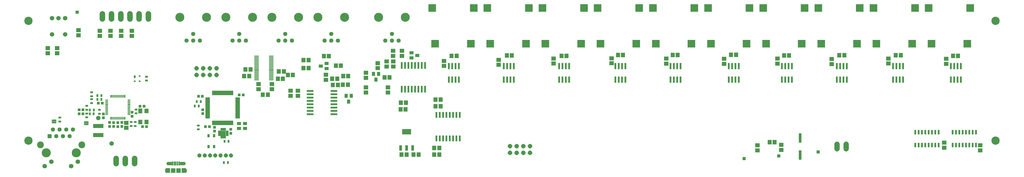
<source format=gbr>
G04 EAGLE Gerber RS-274X export*
G75*
%MOMM*%
%FSLAX34Y34*%
%LPD*%
%INSoldermask Top*%
%IPPOS*%
%AMOC8*
5,1,8,0,0,1.08239X$1,22.5*%
G01*
%ADD10C,3.149600*%
%ADD11R,1.503200X1.703200*%
%ADD12R,0.803200X2.403200*%
%ADD13R,1.703200X1.503200*%
%ADD14R,1.803200X1.503200*%
%ADD15C,2.003200*%
%ADD16C,1.711200*%
%ADD17P,1.759533X8X202.500000*%
%ADD18R,1.676400X0.482600*%
%ADD19R,0.482600X1.676400*%
%ADD20R,1.503200X1.253200*%
%ADD21R,0.803200X1.103200*%
%ADD22R,1.003200X1.003200*%
%ADD23R,1.016000X0.508000*%
%ADD24R,0.508000X1.016000*%
%ADD25R,1.905000X1.905000*%
%ADD26P,1.635708X8X112.500000*%
%ADD27R,0.853200X1.253200*%
%ADD28R,0.685800X1.803400*%
%ADD29C,1.611200*%
%ADD30C,3.419200*%
%ADD31C,2.153200*%
%ADD32R,2.858200X2.858200*%
%ADD33R,1.203200X1.603200*%
%ADD34R,1.603200X1.203200*%
%ADD35R,0.762000X2.501900*%
%ADD36R,2.501900X0.762000*%
%ADD37R,1.103200X2.063200*%
%ADD38R,3.393200X2.063200*%
%ADD39R,1.043200X0.463200*%
%ADD40R,0.463200X1.043200*%
%ADD41R,1.103200X0.803200*%
%ADD42R,1.703200X0.703200*%
%ADD43R,1.603200X1.803200*%
%ADD44R,1.603200X1.833200*%
%ADD45R,4.000000X1.500000*%
%ADD46R,0.738200X1.028200*%
%ADD47R,0.738200X0.603200*%
%ADD48R,0.603200X1.553200*%
%ADD49C,1.261200*%
%ADD50R,1.703200X1.753200*%
%ADD51R,1.611200X1.611200*%
%ADD52C,1.733200*%
%ADD53C,2.603200*%
%ADD54C,3.453200*%
%ADD55R,1.753200X0.453200*%
%ADD56R,0.711200X2.197100*%
%ADD57R,1.103200X3.603200*%
%ADD58C,1.703200*%
%ADD59R,1.209600X1.209600*%

G36*
X650680Y3946D02*
X650680Y3946D01*
X650681Y3945D01*
X651793Y4071D01*
X651794Y4071D01*
X652851Y4441D01*
X652852Y4441D01*
X653800Y5037D01*
X653800Y5038D01*
X653801Y5038D01*
X654593Y5829D01*
X654593Y5830D01*
X655189Y6778D01*
X655189Y6779D01*
X655559Y7836D01*
X655559Y7837D01*
X655560Y7840D01*
X655560Y7844D01*
X655561Y7849D01*
X655561Y7854D01*
X655563Y7868D01*
X655563Y7873D01*
X655564Y7878D01*
X655564Y7882D01*
X655565Y7882D01*
X655564Y7882D01*
X655565Y7887D01*
X655566Y7892D01*
X655567Y7906D01*
X655568Y7911D01*
X655568Y7916D01*
X655569Y7920D01*
X655569Y7925D01*
X655570Y7930D01*
X655571Y7944D01*
X655572Y7949D01*
X655573Y7954D01*
X655573Y7958D01*
X655574Y7963D01*
X655574Y7968D01*
X655576Y7982D01*
X655576Y7987D01*
X655577Y7992D01*
X655577Y7996D01*
X655578Y8001D01*
X655579Y8015D01*
X655580Y8015D01*
X655579Y8015D01*
X655580Y8020D01*
X655581Y8025D01*
X655581Y8030D01*
X655582Y8034D01*
X655582Y8039D01*
X655584Y8053D01*
X655584Y8058D01*
X655585Y8063D01*
X655585Y8068D01*
X655586Y8072D01*
X655586Y8077D01*
X655588Y8091D01*
X655589Y8096D01*
X655589Y8101D01*
X655590Y8106D01*
X655590Y8110D01*
X655591Y8115D01*
X655592Y8129D01*
X655593Y8134D01*
X655593Y8139D01*
X655594Y8144D01*
X655594Y8148D01*
X655597Y8167D01*
X655597Y8172D01*
X655598Y8177D01*
X655598Y8182D01*
X655599Y8186D01*
X655600Y8201D01*
X655601Y8205D01*
X655601Y8210D01*
X655602Y8215D01*
X655602Y8220D01*
X655603Y8220D01*
X655602Y8220D01*
X655603Y8224D01*
X655605Y8239D01*
X655605Y8243D01*
X655606Y8248D01*
X655606Y8253D01*
X655607Y8258D01*
X655607Y8262D01*
X655609Y8277D01*
X655609Y8281D01*
X655610Y8286D01*
X655611Y8291D01*
X655611Y8296D01*
X655612Y8300D01*
X655613Y8315D01*
X655614Y8319D01*
X655614Y8324D01*
X655615Y8329D01*
X655615Y8334D01*
X655617Y8353D01*
X655618Y8353D01*
X655617Y8353D01*
X655618Y8357D01*
X655619Y8362D01*
X655619Y8367D01*
X655620Y8372D01*
X655621Y8386D01*
X655622Y8391D01*
X655622Y8395D01*
X655623Y8400D01*
X655623Y8405D01*
X655624Y8410D01*
X655626Y8424D01*
X655626Y8429D01*
X655627Y8433D01*
X655627Y8438D01*
X655628Y8443D01*
X655628Y8448D01*
X655630Y8462D01*
X655630Y8467D01*
X655631Y8471D01*
X655631Y8476D01*
X655632Y8481D01*
X655632Y8486D01*
X655634Y8500D01*
X655635Y8505D01*
X655635Y8509D01*
X655636Y8514D01*
X655636Y8519D01*
X655638Y8533D01*
X655638Y8538D01*
X655639Y8543D01*
X655639Y8547D01*
X655640Y8552D01*
X655640Y8557D01*
X655641Y8557D01*
X655640Y8557D01*
X655642Y8571D01*
X655643Y8576D01*
X655643Y8581D01*
X655644Y8585D01*
X655644Y8590D01*
X655645Y8595D01*
X655646Y8609D01*
X655647Y8614D01*
X655647Y8619D01*
X655648Y8623D01*
X655649Y8628D01*
X655649Y8633D01*
X655651Y8647D01*
X655651Y8652D01*
X655652Y8657D01*
X655652Y8661D01*
X655653Y8666D01*
X655655Y8685D01*
X655655Y8690D01*
X655656Y8690D01*
X655655Y8690D01*
X655656Y8695D01*
X655657Y8699D01*
X655657Y8704D01*
X655659Y8718D01*
X655659Y8723D01*
X655660Y8728D01*
X655660Y8733D01*
X655661Y8737D01*
X655661Y8742D01*
X655663Y8756D01*
X655664Y8761D01*
X655664Y8766D01*
X655665Y8771D01*
X655665Y8775D01*
X655666Y8780D01*
X655667Y8794D01*
X655668Y8799D01*
X655668Y8804D01*
X655669Y8809D01*
X655669Y8813D01*
X655670Y8818D01*
X655672Y8832D01*
X655672Y8837D01*
X655673Y8842D01*
X655673Y8847D01*
X655674Y8851D01*
X655676Y8870D01*
X655676Y8875D01*
X655677Y8880D01*
X655677Y8885D01*
X655678Y8889D01*
X655680Y8904D01*
X655680Y8908D01*
X655681Y8913D01*
X655681Y8918D01*
X655682Y8923D01*
X655682Y8927D01*
X655684Y8942D01*
X655684Y8946D01*
X655685Y8949D01*
X655685Y8950D01*
X655685Y16450D01*
X655685Y16451D01*
X655559Y17563D01*
X655559Y17564D01*
X655189Y18621D01*
X655189Y18622D01*
X654593Y19570D01*
X654592Y19570D01*
X654593Y19571D01*
X653801Y20363D01*
X653800Y20363D01*
X652852Y20959D01*
X652851Y20959D01*
X651794Y21329D01*
X651793Y21329D01*
X650681Y21455D01*
X650680Y21455D01*
X636680Y21455D01*
X636675Y21451D01*
X636676Y21450D01*
X636675Y21450D01*
X636675Y3950D01*
X636679Y3945D01*
X636680Y3946D01*
X636680Y3945D01*
X650680Y3945D01*
X650680Y3946D01*
G37*
G36*
X592685Y3949D02*
X592685Y3949D01*
X592684Y3950D01*
X592685Y3950D01*
X592685Y21450D01*
X592681Y21455D01*
X592680Y21454D01*
X592680Y21455D01*
X578680Y21455D01*
X578679Y21455D01*
X577567Y21329D01*
X577566Y21329D01*
X576509Y20959D01*
X576508Y20959D01*
X575560Y20363D01*
X575560Y20362D01*
X575559Y20363D01*
X574768Y19571D01*
X574767Y19570D01*
X574171Y18622D01*
X574171Y18621D01*
X573801Y17564D01*
X573801Y17563D01*
X573799Y17550D01*
X573799Y17545D01*
X573798Y17540D01*
X573798Y17536D01*
X573797Y17531D01*
X573795Y17517D01*
X573795Y17512D01*
X573794Y17507D01*
X573794Y17502D01*
X573793Y17498D01*
X573793Y17493D01*
X573791Y17479D01*
X573791Y17474D01*
X573790Y17469D01*
X573790Y17464D01*
X573789Y17460D01*
X573788Y17455D01*
X573787Y17441D01*
X573786Y17436D01*
X573786Y17431D01*
X573785Y17426D01*
X573785Y17422D01*
X573784Y17417D01*
X573783Y17403D01*
X573782Y17398D01*
X573782Y17393D01*
X573781Y17393D01*
X573782Y17393D01*
X573781Y17388D01*
X573780Y17384D01*
X573778Y17365D01*
X573778Y17360D01*
X573777Y17355D01*
X573777Y17350D01*
X573776Y17346D01*
X573775Y17331D01*
X573774Y17327D01*
X573773Y17322D01*
X573773Y17317D01*
X573772Y17312D01*
X573772Y17308D01*
X573770Y17293D01*
X573770Y17289D01*
X573769Y17284D01*
X573769Y17279D01*
X573768Y17274D01*
X573768Y17270D01*
X573766Y17255D01*
X573765Y17251D01*
X573765Y17246D01*
X573764Y17241D01*
X573764Y17236D01*
X573763Y17232D01*
X573762Y17217D01*
X573761Y17213D01*
X573761Y17208D01*
X573760Y17203D01*
X573760Y17198D01*
X573758Y17184D01*
X573757Y17179D01*
X573757Y17175D01*
X573756Y17170D01*
X573756Y17165D01*
X573755Y17160D01*
X573754Y17146D01*
X573753Y17141D01*
X573753Y17137D01*
X573752Y17132D01*
X573752Y17127D01*
X573751Y17122D01*
X573749Y17108D01*
X573749Y17103D01*
X573748Y17099D01*
X573748Y17094D01*
X573747Y17089D01*
X573747Y17084D01*
X573745Y17070D01*
X573745Y17065D01*
X573744Y17061D01*
X573744Y17056D01*
X573743Y17056D01*
X573744Y17056D01*
X573743Y17051D01*
X573741Y17032D01*
X573740Y17027D01*
X573740Y17023D01*
X573739Y17018D01*
X573739Y17013D01*
X573737Y16999D01*
X573737Y16994D01*
X573736Y16989D01*
X573735Y16985D01*
X573735Y16980D01*
X573734Y16975D01*
X573733Y16961D01*
X573732Y16956D01*
X573732Y16951D01*
X573731Y16947D01*
X573731Y16942D01*
X573730Y16937D01*
X573729Y16923D01*
X573728Y16923D01*
X573729Y16923D01*
X573728Y16918D01*
X573727Y16913D01*
X573727Y16909D01*
X573726Y16904D01*
X573726Y16899D01*
X573724Y16885D01*
X573724Y16880D01*
X573723Y16875D01*
X573723Y16871D01*
X573722Y16866D01*
X573720Y16847D01*
X573719Y16842D01*
X573719Y16837D01*
X573718Y16833D01*
X573718Y16828D01*
X573716Y16814D01*
X573716Y16809D01*
X573715Y16804D01*
X573715Y16799D01*
X573714Y16795D01*
X573714Y16790D01*
X573712Y16776D01*
X573711Y16771D01*
X573711Y16766D01*
X573710Y16761D01*
X573710Y16757D01*
X573709Y16752D01*
X573708Y16738D01*
X573707Y16733D01*
X573707Y16728D01*
X573706Y16723D01*
X573706Y16719D01*
X573705Y16719D01*
X573706Y16719D01*
X573705Y16714D01*
X573703Y16700D01*
X573703Y16695D01*
X573702Y16690D01*
X573702Y16685D01*
X573701Y16681D01*
X573700Y16666D01*
X573699Y16662D01*
X573699Y16657D01*
X573698Y16652D01*
X573697Y16647D01*
X573697Y16643D01*
X573695Y16628D01*
X573695Y16624D01*
X573694Y16619D01*
X573694Y16614D01*
X573693Y16609D01*
X573693Y16605D01*
X573691Y16590D01*
X573691Y16586D01*
X573690Y16586D01*
X573691Y16586D01*
X573690Y16581D01*
X573689Y16576D01*
X573689Y16571D01*
X573688Y16567D01*
X573687Y16552D01*
X573686Y16548D01*
X573686Y16543D01*
X573685Y16538D01*
X573685Y16533D01*
X573682Y16514D01*
X573682Y16510D01*
X573681Y16505D01*
X573681Y16500D01*
X573680Y16495D01*
X573679Y16481D01*
X573678Y16476D01*
X573678Y16472D01*
X573677Y16467D01*
X573677Y16462D01*
X573676Y16457D01*
X573675Y16451D01*
X573676Y16450D01*
X573675Y16450D01*
X573675Y8950D01*
X573676Y8950D01*
X573675Y8949D01*
X573801Y7837D01*
X573801Y7836D01*
X574171Y6779D01*
X574171Y6778D01*
X574767Y5830D01*
X574768Y5830D01*
X574768Y5829D01*
X575559Y5038D01*
X575560Y5037D01*
X576508Y4441D01*
X576509Y4441D01*
X577566Y4071D01*
X577567Y4071D01*
X578679Y3945D01*
X578680Y3946D01*
X578680Y3945D01*
X592680Y3945D01*
X592685Y3949D01*
G37*
D10*
X53340Y127000D03*
X53340Y584200D03*
X3736340Y127000D03*
X3736340Y584200D03*
D11*
X1664566Y450454D03*
X1683566Y450454D03*
D12*
X1691894Y411572D03*
X1679194Y411572D03*
X1666494Y411572D03*
X1653794Y411572D03*
X1653794Y359572D03*
X1666494Y359572D03*
X1679194Y359572D03*
X1691894Y359572D03*
D13*
X1635760Y411886D03*
X1635760Y430886D03*
D14*
X2919520Y110960D03*
X2919520Y90960D03*
D11*
X2875640Y120500D03*
X2894640Y120500D03*
X1874760Y451500D03*
X1893760Y451500D03*
D12*
X1901770Y411572D03*
X1889070Y411572D03*
X1876370Y411572D03*
X1863670Y411572D03*
X1863670Y359572D03*
X1876370Y359572D03*
X1889070Y359572D03*
X1901770Y359572D03*
D13*
X1843720Y416000D03*
X1843720Y435000D03*
D11*
X2083220Y450500D03*
X2102220Y450500D03*
D12*
X2111770Y411572D03*
X2099070Y411572D03*
X2086370Y411572D03*
X2073670Y411572D03*
X2073670Y359572D03*
X2086370Y359572D03*
X2099070Y359572D03*
X2111770Y359572D03*
D13*
X2052720Y421000D03*
X2052720Y440000D03*
D11*
X2298220Y453500D03*
X2317220Y453500D03*
D12*
X2326770Y411572D03*
X2314070Y411572D03*
X2301370Y411572D03*
X2288670Y411572D03*
X2288670Y359572D03*
X2301370Y359572D03*
X2314070Y359572D03*
X2326770Y359572D03*
D13*
X2273720Y422000D03*
X2273720Y441000D03*
D11*
X2506420Y453700D03*
X2525420Y453700D03*
D12*
X2536770Y411572D03*
X2524070Y411572D03*
X2511370Y411572D03*
X2498670Y411572D03*
X2498670Y359572D03*
X2511370Y359572D03*
X2524070Y359572D03*
X2536770Y359572D03*
D13*
X2482420Y420700D03*
X2482420Y439700D03*
D11*
X2728920Y454500D03*
X2747920Y454500D03*
D12*
X2757970Y411572D03*
X2745270Y411572D03*
X2732570Y411572D03*
X2719870Y411572D03*
X2719870Y359572D03*
X2732570Y359572D03*
X2745270Y359572D03*
X2757970Y359572D03*
D13*
X2702240Y420000D03*
X2702240Y439000D03*
D11*
X2930620Y452000D03*
X2949620Y452000D03*
D12*
X2960770Y411572D03*
X2948070Y411572D03*
X2935370Y411572D03*
X2922670Y411572D03*
X2922670Y359572D03*
X2935370Y359572D03*
X2948070Y359572D03*
X2960770Y359572D03*
D13*
X2905220Y420900D03*
X2905220Y439900D03*
D11*
X3141220Y452500D03*
X3160220Y452500D03*
D12*
X3169770Y411572D03*
X3157070Y411572D03*
X3144370Y411572D03*
X3131670Y411572D03*
X3131670Y359572D03*
X3144370Y359572D03*
X3157070Y359572D03*
X3169770Y359572D03*
D13*
X3111720Y419000D03*
X3111720Y438000D03*
D11*
X3356220Y452500D03*
X3375220Y452500D03*
D12*
X3383770Y411572D03*
X3371070Y411572D03*
X3358370Y411572D03*
X3345670Y411572D03*
X3345670Y359572D03*
X3358370Y359572D03*
X3371070Y359572D03*
X3383770Y359572D03*
D13*
X3327720Y421000D03*
X3327720Y440000D03*
D11*
X3574220Y450500D03*
X3593220Y450500D03*
D12*
X3603770Y411572D03*
X3591070Y411572D03*
X3578370Y411572D03*
X3565670Y411572D03*
X3565670Y359572D03*
X3578370Y359572D03*
X3591070Y359572D03*
X3603770Y359572D03*
D13*
X3547720Y420000D03*
X3547720Y439000D03*
D15*
X3167100Y113140D02*
X3167100Y95140D01*
X3132100Y95140D02*
X3132100Y113140D01*
D16*
X192640Y594360D03*
X142640Y594360D03*
X167640Y594360D03*
X192640Y531860D03*
X142640Y531860D03*
D13*
X127000Y460400D03*
X127000Y479400D03*
X243840Y528980D03*
X243840Y547980D03*
X162560Y460400D03*
X162560Y479400D03*
D17*
X769620Y402590D03*
X769620Y377190D03*
X744220Y402590D03*
X744220Y377190D03*
X718820Y402590D03*
X718820Y377190D03*
X693420Y402590D03*
X693420Y377190D03*
D18*
X735330Y289052D03*
X735330Y283972D03*
X735330Y278892D03*
X735330Y274066D03*
X735330Y268986D03*
X735330Y263906D03*
X735330Y259080D03*
X735330Y254000D03*
X735330Y248920D03*
X735330Y243840D03*
X735330Y239014D03*
X735330Y233934D03*
X735330Y228854D03*
X735330Y224028D03*
X735330Y218948D03*
X735330Y213868D03*
D19*
X754888Y194310D03*
X759968Y194310D03*
X765048Y194310D03*
X769874Y194310D03*
X774954Y194310D03*
X780034Y194310D03*
X784860Y194310D03*
X789940Y194310D03*
X795020Y194310D03*
X800100Y194310D03*
X804926Y194310D03*
X810006Y194310D03*
X815086Y194310D03*
X819912Y194310D03*
X824992Y194310D03*
X830072Y194310D03*
D18*
X849630Y213868D03*
X849630Y218948D03*
X849630Y224028D03*
X849630Y228854D03*
X849630Y233934D03*
X849630Y239014D03*
X849630Y243840D03*
X849630Y248920D03*
X849630Y254000D03*
X849630Y259080D03*
X849630Y263906D03*
X849630Y268986D03*
X849630Y274066D03*
X849630Y278892D03*
X849630Y283972D03*
X849630Y289052D03*
D19*
X830072Y308610D03*
X824992Y308610D03*
X819912Y308610D03*
X815086Y308610D03*
X810006Y308610D03*
X804926Y308610D03*
X800100Y308610D03*
X795020Y308610D03*
X789940Y308610D03*
X784860Y308610D03*
X780034Y308610D03*
X774954Y308610D03*
X769874Y308610D03*
X765048Y308610D03*
X759968Y308610D03*
X754888Y308610D03*
D20*
X877640Y192130D03*
X854640Y192130D03*
X854640Y173630D03*
X877640Y173630D03*
D21*
X686428Y258826D03*
X701428Y258826D03*
X694048Y275336D03*
X709048Y275336D03*
D22*
X716534Y229736D03*
X716534Y244736D03*
X700398Y296418D03*
X715398Y296418D03*
X823214Y154552D03*
X823214Y169552D03*
X762000Y162680D03*
X762000Y177680D03*
X871100Y300990D03*
X856100Y300990D03*
X727068Y179832D03*
X742068Y179832D03*
D23*
X809752Y147320D03*
X809752Y152400D03*
X809752Y157480D03*
X809752Y162560D03*
D24*
X802640Y169672D03*
X797560Y169672D03*
X792480Y169672D03*
X787400Y169672D03*
D23*
X780288Y162560D03*
X780288Y157480D03*
X780288Y152400D03*
X780288Y147320D03*
D24*
X787400Y140208D03*
X792480Y140208D03*
X797560Y140208D03*
X802640Y140208D03*
D25*
X795020Y154940D03*
D21*
X797680Y43180D03*
X812680Y43180D03*
X815220Y124460D03*
X800220Y124460D03*
D26*
X704540Y69850D03*
X724540Y69850D03*
X744540Y69850D03*
X764540Y69850D03*
X784540Y69850D03*
X804540Y69850D03*
X824540Y69850D03*
D27*
X760050Y145210D03*
X760050Y103710D03*
X738550Y145210D03*
X738550Y103710D03*
D28*
X3519170Y159131D03*
X3506470Y159131D03*
X3493770Y159131D03*
X3481070Y159131D03*
X3468370Y159131D03*
X3455670Y159131D03*
X3442970Y159131D03*
X3430270Y159131D03*
X3430270Y110109D03*
X3442970Y110109D03*
X3455670Y110109D03*
X3468370Y110109D03*
X3481070Y110109D03*
X3493770Y110109D03*
X3506470Y110109D03*
X3519170Y110109D03*
X3661410Y159131D03*
X3648710Y159131D03*
X3636010Y159131D03*
X3623310Y159131D03*
X3610610Y159131D03*
X3597910Y159131D03*
X3585210Y159131D03*
X3572510Y159131D03*
X3572510Y110109D03*
X3585210Y110109D03*
X3597910Y110109D03*
X3610610Y110109D03*
X3623310Y110109D03*
X3636010Y110109D03*
X3648710Y110109D03*
X3661410Y110109D03*
D29*
X1437640Y533654D03*
X1463040Y508254D03*
X1437640Y508254D03*
X1412240Y508254D03*
D30*
X1488440Y597154D03*
X1386840Y597154D03*
D31*
X334140Y591468D02*
X334140Y610968D01*
X369140Y610968D02*
X369140Y591468D01*
X404140Y591468D02*
X404140Y610968D01*
X439140Y610968D02*
X439140Y591468D01*
X474140Y591468D02*
X474140Y610968D01*
X509140Y610968D02*
X509140Y591468D01*
D32*
X1601796Y497088D03*
X1737796Y497088D03*
X1590796Y633088D03*
X1748796Y633088D03*
X1811854Y497088D03*
X1947854Y497088D03*
X1800854Y633088D03*
X1958854Y633088D03*
X2021912Y497088D03*
X2157912Y497088D03*
X2010912Y633088D03*
X2168912Y633088D03*
X2231970Y497088D03*
X2367970Y497088D03*
X2220970Y633088D03*
X2378970Y633088D03*
X2442028Y497088D03*
X2578028Y497088D03*
X2431028Y633088D03*
X2589028Y633088D03*
X2652086Y497088D03*
X2788086Y497088D03*
X2641086Y633088D03*
X2799086Y633088D03*
X2862144Y497088D03*
X2998144Y497088D03*
X2851144Y633088D03*
X3009144Y633088D03*
X3072202Y497088D03*
X3208202Y497088D03*
X3061202Y633088D03*
X3219202Y633088D03*
X3282260Y497088D03*
X3418260Y497088D03*
X3271260Y633088D03*
X3429260Y633088D03*
X3492318Y497088D03*
X3628318Y497088D03*
X3481318Y633088D03*
X3639318Y633088D03*
D29*
X1031240Y533654D03*
X1056640Y508254D03*
X1031240Y508254D03*
X1005840Y508254D03*
D30*
X1082040Y597154D03*
X980440Y597154D03*
D13*
X1338580Y385420D03*
X1338580Y366420D03*
D33*
X1386180Y381840D03*
X1367180Y381840D03*
X1376680Y359840D03*
D34*
X1511730Y461620D03*
X1511730Y442620D03*
X1533730Y452120D03*
D11*
X1409090Y368300D03*
X1428090Y368300D03*
D13*
X1475740Y469240D03*
X1475740Y450240D03*
X1383030Y422250D03*
X1383030Y403250D03*
X1441450Y450240D03*
X1441450Y469240D03*
D35*
X1474470Y323025D03*
X1487170Y323025D03*
X1499870Y323025D03*
X1512570Y323025D03*
X1525270Y323025D03*
X1537970Y323025D03*
X1550670Y323025D03*
X1563370Y323025D03*
X1563370Y413576D03*
X1550670Y413576D03*
X1537970Y413576D03*
X1525270Y413576D03*
X1512570Y413576D03*
X1499870Y413576D03*
X1487170Y413576D03*
X1474470Y413576D03*
D13*
X1338580Y310540D03*
X1338580Y329540D03*
X1422400Y310540D03*
X1422400Y329540D03*
X1442720Y428600D03*
X1442720Y409600D03*
D11*
X1490320Y271780D03*
X1471320Y271780D03*
X1196950Y449580D03*
X1177950Y449580D03*
D34*
X1188290Y401980D03*
X1188290Y420980D03*
X1166290Y411480D03*
D33*
X1282040Y298020D03*
X1263040Y298020D03*
X1272540Y276020D03*
D13*
X1186180Y377800D03*
X1186180Y358800D03*
D11*
X1269340Y340360D03*
X1250340Y340360D03*
X1242670Y412750D03*
X1223670Y412750D03*
X1251610Y373380D03*
X1270610Y373380D03*
D36*
X1125665Y316230D03*
X1125665Y303530D03*
X1125665Y290830D03*
X1125665Y278130D03*
X1125665Y265430D03*
X1125665Y252730D03*
X1125665Y240030D03*
X1125665Y227330D03*
X1216216Y227330D03*
X1216216Y240030D03*
X1216216Y252730D03*
X1216216Y265430D03*
X1216216Y278130D03*
X1216216Y290830D03*
X1216216Y303530D03*
X1216216Y316230D03*
D11*
X1100480Y403860D03*
X1119480Y403860D03*
X1100480Y434340D03*
X1119480Y434340D03*
X1231240Y339090D03*
X1212240Y339090D03*
D13*
X1079500Y297840D03*
X1079500Y316840D03*
X3540760Y118720D03*
X3540760Y99720D03*
X3677920Y108560D03*
X3677920Y89560D03*
X325120Y526440D03*
X325120Y545440D03*
X365760Y526440D03*
X365760Y545440D03*
X406400Y526440D03*
X406400Y545440D03*
X447040Y526440D03*
X447040Y545440D03*
X1417320Y428600D03*
X1417320Y409600D03*
D11*
X1228700Y363220D03*
X1209700Y363220D03*
D13*
X1051560Y297840D03*
X1051560Y316840D03*
D11*
X1489050Y246380D03*
X1470050Y246380D03*
X1617320Y99060D03*
X1598320Y99060D03*
X1617320Y73660D03*
X1598320Y73660D03*
X1622400Y257810D03*
X1603400Y257810D03*
X1622400Y283210D03*
X1603400Y283210D03*
D37*
X1470520Y98790D03*
X1493520Y98790D03*
X1516520Y98790D03*
D38*
X1493520Y160290D03*
D11*
X1538580Y73660D03*
X1519580Y73660D03*
X1473860Y73660D03*
X1492860Y73660D03*
D29*
X1206500Y533654D03*
X1231900Y508254D03*
X1206500Y508254D03*
X1181100Y508254D03*
D30*
X1257300Y597154D03*
X1155700Y597154D03*
D39*
X351446Y281754D03*
X351446Y276754D03*
X351446Y271754D03*
X351446Y266754D03*
X351446Y261754D03*
X351446Y256754D03*
X351446Y251754D03*
X351446Y246754D03*
X351446Y241754D03*
X351446Y236754D03*
X351446Y231754D03*
X351446Y226754D03*
D40*
X365946Y212254D03*
X370946Y212254D03*
X375946Y212254D03*
X380946Y212254D03*
X385946Y212254D03*
X390946Y212254D03*
X395946Y212254D03*
X400946Y212254D03*
X405946Y212254D03*
X410946Y212254D03*
X415946Y212254D03*
X420946Y212254D03*
D39*
X435446Y226754D03*
X435446Y231754D03*
X435446Y236754D03*
X435446Y241754D03*
X435446Y246754D03*
X435446Y251754D03*
X435446Y256754D03*
X435446Y261754D03*
X435446Y266754D03*
X435446Y271754D03*
X435446Y276754D03*
X435446Y281754D03*
D40*
X420946Y296254D03*
X415946Y296254D03*
X410946Y296254D03*
X405946Y296254D03*
X400946Y296254D03*
X395946Y296254D03*
X390946Y296254D03*
X385946Y296254D03*
X380946Y296254D03*
X375946Y296254D03*
X370946Y296254D03*
X365946Y296254D03*
D22*
X260738Y244094D03*
X245738Y244094D03*
X260738Y228854D03*
X245738Y228854D03*
D21*
X301378Y229362D03*
X286378Y229362D03*
D41*
X274574Y244214D03*
X274574Y259214D03*
X172466Y199764D03*
X172466Y214764D03*
X444246Y197492D03*
X444246Y182492D03*
X459740Y197492D03*
X459740Y182492D03*
D21*
X301632Y243840D03*
X286632Y243840D03*
X330842Y284226D03*
X315842Y284226D03*
X330842Y298704D03*
X315842Y298704D03*
D42*
X150368Y196152D03*
X150368Y204152D03*
D41*
X274574Y230258D03*
X274574Y215258D03*
X293624Y311030D03*
X293624Y296030D03*
X293370Y270122D03*
X293370Y285122D03*
D22*
X493148Y257556D03*
X478148Y257556D03*
D43*
X502728Y197948D03*
X502728Y239948D03*
D44*
X478728Y239948D03*
D43*
X478728Y197948D03*
D22*
X487546Y179832D03*
X502546Y179832D03*
D41*
X462534Y230498D03*
X462534Y245498D03*
D22*
X447294Y234830D03*
X447294Y219830D03*
X408432Y195714D03*
X408432Y180714D03*
X377444Y195460D03*
X377444Y180460D03*
X362204Y195714D03*
X362204Y180714D03*
X338328Y228480D03*
X338328Y213480D03*
X334144Y269494D03*
X319144Y269494D03*
D42*
X273558Y197040D03*
X273558Y189040D03*
D45*
X318770Y147600D03*
X318770Y182600D03*
D41*
X323596Y229482D03*
X323596Y244482D03*
D22*
X393192Y195206D03*
X393192Y180206D03*
D46*
X458185Y370820D03*
D47*
X458185Y353620D03*
X476535Y353620D03*
X476535Y372820D03*
D41*
X502920Y355720D03*
X502920Y370720D03*
D48*
X601680Y39700D03*
X608180Y39700D03*
X614680Y39700D03*
X621180Y39700D03*
X627680Y39700D03*
D49*
X594970Y39700D02*
X584390Y39700D01*
X634390Y39700D02*
X644970Y39700D01*
D50*
X604680Y12700D03*
X624680Y12700D03*
D29*
X855980Y533654D03*
X881380Y508254D03*
X855980Y508254D03*
X830580Y508254D03*
D30*
X906780Y597154D03*
X805180Y597154D03*
D29*
X680720Y533654D03*
X706120Y508254D03*
X680720Y508254D03*
X655320Y508254D03*
D30*
X731520Y597154D03*
X629920Y597154D03*
D51*
X133350Y143240D03*
D29*
X146050Y168640D03*
X158750Y143240D03*
X171450Y168640D03*
X184150Y143240D03*
X196850Y168640D03*
X209550Y143240D03*
X222250Y168640D03*
D52*
X114550Y28940D03*
X139950Y45940D03*
X215650Y28940D03*
X241050Y45940D03*
D53*
X99050Y110240D03*
X256550Y110240D03*
D54*
X120650Y79740D03*
X234950Y79740D03*
D55*
X977960Y358860D03*
X977960Y363860D03*
X977960Y368860D03*
X977960Y373860D03*
X977960Y378860D03*
X977960Y383860D03*
X977960Y388860D03*
X977960Y393860D03*
X977960Y398860D03*
X977960Y403860D03*
X977960Y408860D03*
X977960Y413860D03*
X977960Y418860D03*
X977960Y423860D03*
X977960Y428860D03*
X977960Y433860D03*
X977960Y438860D03*
X977960Y443860D03*
X977960Y448860D03*
X921960Y448860D03*
X921960Y443860D03*
X921960Y438860D03*
X921960Y433860D03*
X921960Y428860D03*
X921960Y423860D03*
X921960Y418860D03*
X921960Y413860D03*
X921960Y408860D03*
X921960Y403860D03*
X921960Y398860D03*
X921960Y393860D03*
X921960Y388860D03*
X921960Y383860D03*
X921960Y378860D03*
X921960Y373860D03*
X921960Y368860D03*
X921960Y363860D03*
X921960Y358860D03*
D11*
X1021690Y363220D03*
X1002690Y363220D03*
X1025500Y391160D03*
X1006500Y391160D03*
X879500Y398780D03*
X898500Y398780D03*
X874420Y373380D03*
X893420Y373380D03*
X1059790Y377190D03*
X1040790Y377190D03*
D13*
X929640Y323240D03*
X929640Y342240D03*
X980440Y323240D03*
X980440Y342240D03*
D11*
X945540Y302260D03*
X964540Y302260D03*
D17*
X1963420Y105410D03*
X1963420Y80010D03*
X1938020Y105410D03*
X1938020Y80010D03*
X1912620Y105410D03*
X1912620Y80010D03*
X1887220Y105410D03*
X1887220Y80010D03*
D31*
X456640Y58772D02*
X456640Y39272D01*
X421640Y39272D02*
X421640Y58772D01*
X386640Y58772D02*
X386640Y39272D01*
D56*
X1606550Y135573D03*
X1619250Y135573D03*
X1631950Y135573D03*
X1644650Y135573D03*
X1657350Y135573D03*
X1670050Y135573D03*
X1682750Y135573D03*
X1695450Y135573D03*
X1695450Y225108D03*
X1682750Y225108D03*
X1670050Y225108D03*
X1657350Y225108D03*
X1644650Y225108D03*
X1631950Y225108D03*
X1619250Y225108D03*
X1606550Y225108D03*
D13*
X2829560Y89560D03*
X2829560Y108560D03*
D57*
X2992120Y71640D03*
X2992120Y136640D03*
D13*
X425704Y175666D03*
X425704Y194666D03*
D41*
X700278Y169538D03*
X700278Y184538D03*
D58*
X369824Y115824D03*
D59*
X3060700Y83820D03*
X2778760Y58420D03*
X2910840Y68580D03*
X238760Y617220D03*
D58*
X319278Y213360D03*
M02*

</source>
